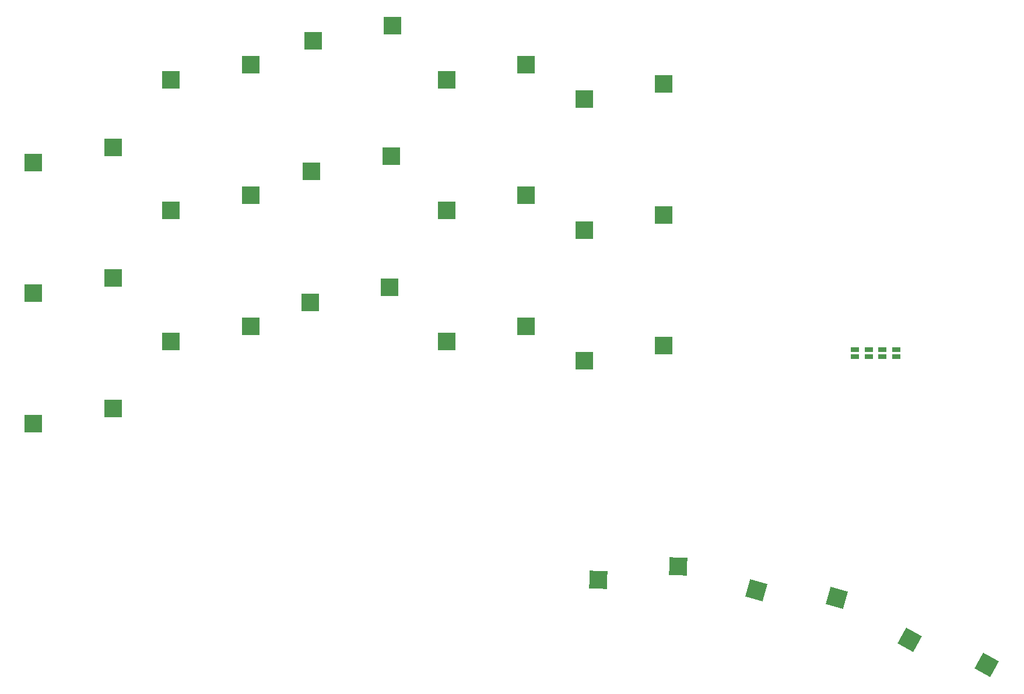
<source format=gbr>
%TF.GenerationSoftware,KiCad,Pcbnew,6.0.11+dfsg-1*%
%TF.CreationDate,2023-05-16T22:20:29+03:00*%
%TF.ProjectId,pcb,7063622e-6b69-4636-9164-5f7063625858,v1.0.0*%
%TF.SameCoordinates,Original*%
%TF.FileFunction,Paste,Top*%
%TF.FilePolarity,Positive*%
%FSLAX46Y46*%
G04 Gerber Fmt 4.6, Leading zero omitted, Abs format (unit mm)*
G04 Created by KiCad (PCBNEW 6.0.11+dfsg-1) date 2023-05-16 22:20:29*
%MOMM*%
%LPD*%
G01*
G04 APERTURE LIST*
G04 Aperture macros list*
%AMRotRect*
0 Rectangle, with rotation*
0 The origin of the aperture is its center*
0 $1 length*
0 $2 width*
0 $3 Rotation angle, in degrees counterclockwise*
0 Add horizontal line*
21,1,$1,$2,0,0,$3*%
G04 Aperture macros list end*
%ADD10R,2.600000X2.600000*%
%ADD11RotRect,2.600000X2.600000X344.000000*%
%ADD12RotRect,2.600000X2.600000X359.000000*%
%ADD13RotRect,2.600000X2.600000X331.000000*%
%ADD14R,1.143000X0.635000*%
G04 APERTURE END LIST*
D10*
%TO.C,S9*%
X43875000Y61616667D03*
X32325000Y59416667D03*
%TD*%
D11*
%TO.C,S17*%
X108401439Y-21510614D03*
X96692465Y-20441779D03*
%TD*%
D10*
%TO.C,S5*%
X23275000Y36950000D03*
X11725000Y34750000D03*
%TD*%
%TO.C,S4*%
X23275000Y17950000D03*
X11725000Y15750000D03*
%TD*%
%TO.C,S6*%
X23275000Y55950000D03*
X11725000Y53750000D03*
%TD*%
%TO.C,S1*%
X3275000Y5950000D03*
X-8275000Y3750000D03*
%TD*%
%TO.C,S10*%
X63275000Y17950000D03*
X51725000Y15750000D03*
%TD*%
%TO.C,S14*%
X83275000Y34116667D03*
X71725000Y31916667D03*
%TD*%
%TO.C,S15*%
X83275000Y53116667D03*
X71725000Y50916667D03*
%TD*%
D12*
%TO.C,S16*%
X85378343Y-16941396D03*
X73791707Y-18939485D03*
%TD*%
D13*
%TO.C,S18*%
X130171272Y-31265040D03*
X119002833Y-27589652D03*
%TD*%
D10*
%TO.C,S13*%
X83275000Y15116667D03*
X71725000Y12916667D03*
%TD*%
%TO.C,S2*%
X3275000Y24950000D03*
X-8275000Y22750000D03*
%TD*%
%TO.C,S11*%
X63275000Y36950000D03*
X51725000Y34750000D03*
%TD*%
D14*
%TO.C,J5*%
X117000000Y13499620D03*
X117000000Y14500380D03*
%TD*%
D10*
%TO.C,S7*%
X43475000Y23616667D03*
X31925000Y21416667D03*
%TD*%
D14*
%TO.C,J4*%
X115000000Y13499620D03*
X115000000Y14500380D03*
%TD*%
%TO.C,J3*%
X113000000Y13499620D03*
X113000000Y14500380D03*
%TD*%
%TO.C,J2*%
X111000000Y13499620D03*
X111000000Y14500380D03*
%TD*%
D10*
%TO.C,S12*%
X63275000Y55950000D03*
X51725000Y53750000D03*
%TD*%
%TO.C,S3*%
X3275000Y43950000D03*
X-8275000Y41750000D03*
%TD*%
%TO.C,S8*%
X43675000Y42616667D03*
X32125000Y40416667D03*
%TD*%
M02*

</source>
